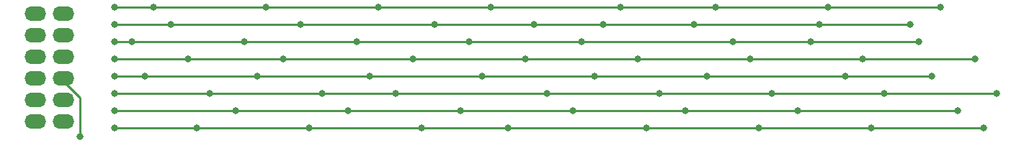
<source format=gbl>
G04 #@! TF.GenerationSoftware,KiCad,Pcbnew,5.1.4+dfsg1-1*
G04 #@! TF.CreationDate,2019-11-19T11:58:45-08:00*
G04 #@! TF.ProjectId,pmod-7-segment-v3,706d6f64-2d37-42d7-9365-676d656e742d,rev?*
G04 #@! TF.SameCoordinates,PX1f7d860PY56b8320*
G04 #@! TF.FileFunction,Copper,L2,Bot*
G04 #@! TF.FilePolarity,Positive*
%FSLAX46Y46*%
G04 Gerber Fmt 4.6, Leading zero omitted, Abs format (unit mm)*
G04 Created by KiCad (PCBNEW 5.1.4+dfsg1-1) date 2019-11-19 11:58:45*
%MOMM*%
%LPD*%
G04 APERTURE LIST*
%ADD10O,2.540000X1.700000*%
%ADD11C,0.800000*%
%ADD12C,0.250000*%
G04 APERTURE END LIST*
D10*
X5226000Y-17018000D03*
X1886000Y-17018000D03*
X5226000Y-14478000D03*
X1886000Y-14478000D03*
X5226000Y-11938000D03*
X1886000Y-11938000D03*
X5226000Y-9398000D03*
X1886000Y-9398000D03*
X5226000Y-6858000D03*
X1886000Y-6858000D03*
X5226000Y-4318000D03*
X1886000Y-4318000D03*
D11*
X7112000Y-18796000D03*
X11176000Y-15748000D03*
X110236000Y-15748000D03*
X91440000Y-15748000D03*
X78232000Y-15748000D03*
X65024000Y-15748000D03*
X51816000Y-15748000D03*
X38608000Y-15748000D03*
X25400000Y-15748000D03*
X11176000Y-11684000D03*
X107188000Y-11684000D03*
X97028000Y-11684000D03*
X80772000Y-11684000D03*
X67564000Y-11684000D03*
X54356000Y-11684000D03*
X41148000Y-11684000D03*
X27940000Y-11684000D03*
X14732000Y-11684000D03*
X11176000Y-9652000D03*
X112268000Y-9652000D03*
X85852000Y-9652000D03*
X99060000Y-9652000D03*
X30988000Y-9652000D03*
X72644000Y-9652000D03*
X59436000Y-9652000D03*
X46228000Y-9652000D03*
X19812000Y-9652000D03*
X11176000Y-13716000D03*
X114808000Y-13716000D03*
X88392000Y-13716000D03*
X101600000Y-13716000D03*
X44196000Y-13716000D03*
X75184000Y-13716000D03*
X61976000Y-13716000D03*
X35560000Y-13716000D03*
X22352000Y-13716000D03*
X11176000Y-5588000D03*
X104648000Y-5588000D03*
X93980000Y-5588000D03*
X79248000Y-5588000D03*
X17780000Y-5588000D03*
X68580000Y-5588000D03*
X60452000Y-5588000D03*
X48768000Y-5588000D03*
X33020000Y-5588000D03*
X11176000Y-17780000D03*
X113284000Y-17780000D03*
X100076000Y-17780000D03*
X86868000Y-17780000D03*
X57404000Y-17780000D03*
X73660000Y-17780000D03*
X47244000Y-17780000D03*
X34036000Y-17780000D03*
X20828000Y-17780000D03*
X11176000Y-3556000D03*
X108204000Y-3556000D03*
X94996000Y-3556000D03*
X81788000Y-3556000D03*
X70612000Y-3556000D03*
X55372000Y-3556000D03*
X42164000Y-3556000D03*
X28956000Y-3556000D03*
X15748000Y-3556000D03*
X11176000Y-7620000D03*
X105664000Y-7620000D03*
X92964000Y-7620000D03*
X83866000Y-7666000D03*
X66040000Y-7620000D03*
X52832000Y-7620000D03*
X39624000Y-7620000D03*
X26416000Y-7620000D03*
X13208000Y-7620000D03*
D12*
X4826000Y-11938000D02*
X7112000Y-14224000D01*
X7112000Y-14224000D02*
X7112000Y-18796000D01*
X65024000Y-15748000D02*
X110236000Y-15748000D01*
X51816000Y-15748000D02*
X65024000Y-15748000D01*
X38608000Y-15748000D02*
X51816000Y-15748000D01*
X11176000Y-15748000D02*
X25400000Y-15748000D01*
X25400000Y-15748000D02*
X38608000Y-15748000D01*
X97536000Y-11684000D02*
X107188000Y-11684000D01*
X80772000Y-11684000D02*
X97536000Y-11684000D01*
X67564000Y-11684000D02*
X80772000Y-11684000D01*
X41148000Y-11684000D02*
X67564000Y-11684000D01*
X27940000Y-11684000D02*
X41148000Y-11684000D01*
X11176000Y-11684000D02*
X14732000Y-11684000D01*
X14732000Y-11684000D02*
X27940000Y-11684000D01*
X85852000Y-9652000D02*
X99060000Y-9652000D01*
X99060000Y-9652000D02*
X112268000Y-9652000D01*
X72644000Y-9652000D02*
X85852000Y-9652000D01*
X59436000Y-9652000D02*
X72644000Y-9652000D01*
X30988000Y-9652000D02*
X46228000Y-9652000D01*
X46228000Y-9652000D02*
X59436000Y-9652000D01*
X11176000Y-9652000D02*
X19812000Y-9652000D01*
X19812000Y-9652000D02*
X30988000Y-9652000D01*
X88392000Y-13716000D02*
X101600000Y-13716000D01*
X101600000Y-13716000D02*
X114808000Y-13716000D01*
X75184000Y-13716000D02*
X88392000Y-13716000D01*
X44196000Y-13716000D02*
X61976000Y-13716000D01*
X61976000Y-13716000D02*
X75184000Y-13716000D01*
X35560000Y-13716000D02*
X44196000Y-13716000D01*
X11176000Y-13716000D02*
X22352000Y-13716000D01*
X22352000Y-13716000D02*
X35560000Y-13716000D01*
X93980000Y-5588000D02*
X104648000Y-5588000D01*
X79248000Y-5588000D02*
X93980000Y-5588000D01*
X11176000Y-5588000D02*
X17780000Y-5588000D01*
X68580000Y-5588000D02*
X79248000Y-5588000D01*
X60452000Y-5588000D02*
X68580000Y-5588000D01*
X17780000Y-5588000D02*
X33020000Y-5588000D01*
X33020000Y-5588000D02*
X60452000Y-5588000D01*
X86868000Y-17780000D02*
X113284000Y-17780000D01*
X73660000Y-17780000D02*
X86868000Y-17780000D01*
X11176000Y-17780000D02*
X47244000Y-17780000D01*
X47244000Y-17780000D02*
X73660000Y-17780000D01*
X81788000Y-3556000D02*
X108204000Y-3556000D01*
X55372000Y-3556000D02*
X81788000Y-3556000D01*
X42164000Y-3556000D02*
X55372000Y-3556000D01*
X11176000Y-3556000D02*
X15748000Y-3556000D01*
X15748000Y-3556000D02*
X42164000Y-3556000D01*
X92964000Y-7620000D02*
X105664000Y-7620000D01*
X39624000Y-7620000D02*
X92964000Y-7620000D01*
X11176000Y-7620000D02*
X13208000Y-7620000D01*
X13208000Y-7620000D02*
X39624000Y-7620000D01*
M02*

</source>
